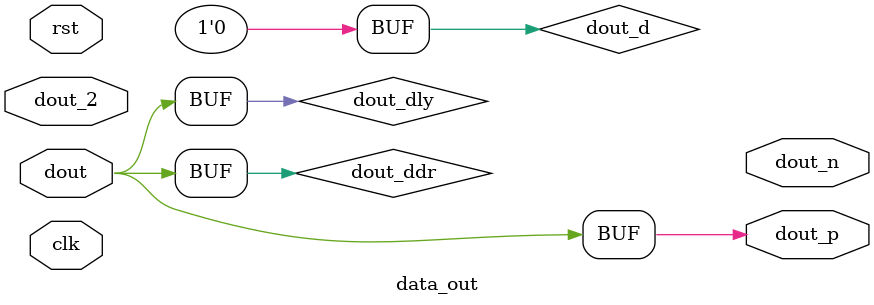
<source format=v>

module data_out #(

  // parameters

  parameter   SIGNAL_TYPE = "CMOS",
  parameter   DATA_WIDTH = 1,
  parameter   DATA_RATE = 0,
  parameter   ENABLE_DELAY = 0,
  parameter   DELAY_VALUE = 0,

  // bit with parameters

  localparam  W0 = DATA_WIDTH - 1

) (

  input             clk,
  input             rst,

  input   [ W0:0]   dout,
  input   [ W0:0]   dout_2,

  output  [ W0:0]   dout_p,
  output  [ W0:0]   dout_n

);

  // internal signals

  wire    [ W0:0]   dout_ddr;
  wire    [ W0:0]   dout_dly;

  // internal registers

  reg     [ W0:0]   dout_d = 'b0;

  /* Add DDR registers, if requested.
   */

  generate
  if (DATA_RATE == 2) begin

    genvar i;
    for (i = 0; i < DATA_WIDTH; i = i + 1) begin
      ODDR #(
        .DDR_CLK_EDGE ("SAME_EDGE"),
        .INIT (1'b0),
        .SRTYPE ("ASYNC")
      ) oddr (
        .C (clk),
        .CE (1'b1),
        .R (rst),
        .S (1'b0),
        .D1 (dout[i]),
        .D2 (dout_2[i]),
        .Q (dout_ddr[i])
      );
    end

  end else if (DATA_RATE == 1) begin

    always @(posedge clk or posedge rst) begin
      if (rst) begin
        dout_d <= 1'b0;
      end else begin
        dout_d <= dout;
      end
    end

    assign dout_ddr = dout_d;

  end else begin

    assign dout_ddr = dout;

  end
  endgenerate

  /* Add output delays, if requested.
   */

  generate
  if (ENABLE_DELAY) begin

    genvar i;
    for (i = 0; i < DATA_WIDTH; i = i + 1) begin
      ODELAYE2 #(
        .CINVCTRL_SEL ("FALSE"),
        .DELAY_SRC ("ODATAIN"),
        .HIGH_PERFORMANCE_MODE ("TRUE"),
        .ODELAY_TYPE ("FIXED"),
        .ODELAY_VALUE (DELAY_VALUE),
        .PIPE_SEL ("FALSE"),
        .REFCLK_FREQUENCY (400.0),
        .SIGNAL_PATTERN ("DATA")
      ) odelaye2 (
        .C (),
        .CE (),
        .CINVCTRL (),
        .CNTVALUEIN (),
        .CLKIN (),
        .ODATAIN (dout_ddr[i]),
        .CNTVALUEOUT (),
        .DATAOUT (dout_dly[i]),
        .INC (),
        .LD (),
        .LDPIPEEN (), 
        .REGRST ()
      );    
    end

  end else begin

    assign dout_dly = dout_ddr;

  end
  endgenerate

  /* Generate output signal.
   */

  generate
  if (SIGNAL_TYPE == "LVDS") begin

    genvar i;
    for (i = 0; i < DATA_WIDTH; i = i + 1) begin
      OBUFDS #(
        .IOSTANDARD (),
        .SLEW ()
      ) obufds (
        .O (dout_p[i]),
        .OB (dout_n[i]),
        .I (dout_dly[i])
      );
    end

  end else begin

    assign dout_p = dout_dly;

  end
  endgenerate


endmodule

</source>
